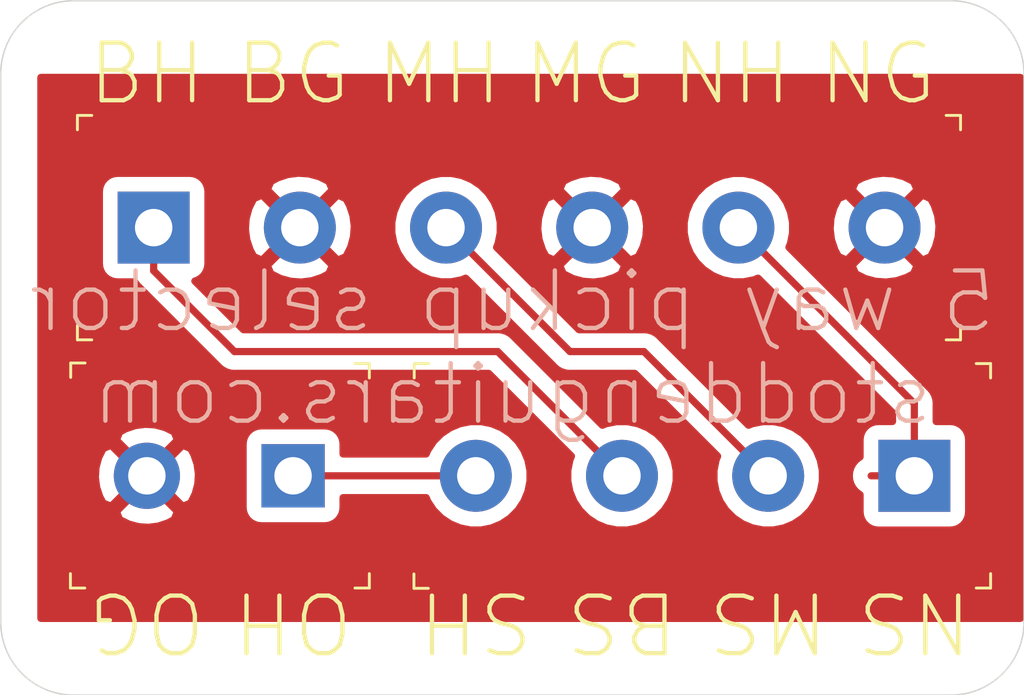
<source format=kicad_pcb>
(kicad_pcb (version 20171130) (host pcbnew "(5.1.4)-1")

  (general
    (thickness 1.6)
    (drawings 21)
    (tracks 11)
    (zones 0)
    (modules 3)
    (nets 6)
  )

  (page A4)
  (layers
    (0 F.Cu signal hide)
    (31 B.Cu signal)
    (32 B.Adhes user)
    (33 F.Adhes user)
    (34 B.Paste user)
    (35 F.Paste user)
    (36 B.SilkS user)
    (37 F.SilkS user)
    (38 B.Mask user)
    (39 F.Mask user)
    (40 Dwgs.User user)
    (41 Cmts.User user)
    (42 Eco1.User user)
    (43 Eco2.User user)
    (44 Edge.Cuts user)
    (45 Margin user)
    (46 B.CrtYd user)
    (47 F.CrtYd user)
    (48 B.Fab user)
    (49 F.Fab user)
  )

  (setup
    (last_trace_width 0.25)
    (trace_clearance 0.2)
    (zone_clearance 0.508)
    (zone_45_only no)
    (trace_min 0.2)
    (via_size 0.8)
    (via_drill 0.4)
    (via_min_size 0.4)
    (via_min_drill 0.3)
    (uvia_size 0.3)
    (uvia_drill 0.1)
    (uvias_allowed no)
    (uvia_min_size 0.2)
    (uvia_min_drill 0.1)
    (edge_width 0.05)
    (segment_width 0.2)
    (pcb_text_width 0.3)
    (pcb_text_size 1.5 1.5)
    (mod_edge_width 0.12)
    (mod_text_size 1 1)
    (mod_text_width 0.15)
    (pad_size 1.524 1.524)
    (pad_drill 0.762)
    (pad_to_mask_clearance 0.051)
    (solder_mask_min_width 0.25)
    (aux_axis_origin 0 0)
    (visible_elements 7FFFFFFF)
    (pcbplotparams
      (layerselection 0x010fc_ffffffff)
      (usegerberextensions false)
      (usegerberattributes false)
      (usegerberadvancedattributes false)
      (creategerberjobfile false)
      (excludeedgelayer true)
      (linewidth 0.100000)
      (plotframeref false)
      (viasonmask false)
      (mode 1)
      (useauxorigin false)
      (hpglpennumber 1)
      (hpglpenspeed 20)
      (hpglpendiameter 15.000000)
      (psnegative false)
      (psa4output false)
      (plotreference true)
      (plotvalue true)
      (plotinvisibletext false)
      (padsonsilk false)
      (subtractmaskfromsilk false)
      (outputformat 1)
      (mirror false)
      (drillshape 1)
      (scaleselection 1)
      (outputdirectory ""))
  )

  (net 0 "")
  (net 1 neckHot)
  (net 2 ground)
  (net 3 middleHot)
  (net 4 bridgeHot)
  (net 5 switchHot)

  (net_class Default "This is the default net class."
    (clearance 0.2)
    (trace_width 0.25)
    (via_dia 0.8)
    (via_drill 0.4)
    (uvia_dia 0.3)
    (uvia_drill 0.1)
    (add_net bridgeHot)
    (add_net ground)
    (add_net middleHot)
    (add_net neckHot)
    (add_net switchHot)
  )

  (module digikey-footprints:Term_Block_1x4_P5.08mm (layer F.Cu) (tedit 5D4199D7) (tstamp 5DD65D70)
    (at 124.46 87.63 180)
    (descr http://www.on-shore.com/wp-content/uploads/2015/09/osttcxx2162.pdf)
    (path /5DD61EC7)
    (fp_text reference J2 (at 7.93 -4.78) (layer F.SilkS) hide
      (effects (font (size 1 1) (thickness 0.15)))
    )
    (fp_text value Conn_01x04 (at 7.57 5.08) (layer F.Fab)
      (effects (font (size 1 1) (thickness 0.15)))
    )
    (fp_line (start -2.75 -4.05) (end -2.75 4.05) (layer F.CrtYd) (width 0.05))
    (fp_line (start 17.53 4.05) (end -2.75 4.05) (layer F.CrtYd) (width 0.05))
    (fp_line (start 17.53 -4.05) (end 17.53 4.05) (layer F.CrtYd) (width 0.05))
    (fp_line (start 17.53 -4.05) (end -2.75 -4.05) (layer F.CrtYd) (width 0.05))
    (fp_line (start 17.39 -3.91) (end 16.89 -3.91) (layer F.SilkS) (width 0.1))
    (fp_line (start 17.39 -3.91) (end 17.39 -3.41) (layer F.SilkS) (width 0.1))
    (fp_line (start 17.38 3.9) (end 16.88 3.9) (layer F.SilkS) (width 0.1))
    (fp_line (start 17.38 3.4) (end 17.38 3.9) (layer F.SilkS) (width 0.1))
    (fp_line (start -2.65 3.9) (end -2.15 3.9) (layer F.SilkS) (width 0.1))
    (fp_line (start -2.65 3.4) (end -2.65 3.9) (layer F.SilkS) (width 0.1))
    (fp_line (start -2.65 -3.9) (end -2.65 -3.4) (layer F.SilkS) (width 0.1))
    (fp_line (start -2.65 -3.9) (end -2.15 -3.9) (layer F.SilkS) (width 0.1))
    (fp_line (start -2.54 3.8) (end 17.28 3.8) (layer F.Fab) (width 0.1))
    (fp_line (start 17.28 -3.8) (end 17.28 3.8) (layer F.Fab) (width 0.1))
    (fp_line (start -2.54 -3.8) (end 17.28 -3.8) (layer F.Fab) (width 0.1))
    (fp_line (start -2.54 -3.8) (end -2.54 3.8) (layer F.Fab) (width 0.1))
    (pad 1 thru_hole rect (at 0 0 180) (size 2.5 2.5) (drill 1.3) (layers *.Cu *.Mask)
      (net 1 neckHot))
    (pad 2 thru_hole circle (at 5.08 0 180) (size 2.5 2.5) (drill 1.3) (layers *.Cu *.Mask)
      (net 3 middleHot))
    (pad 3 thru_hole circle (at 10.16 0 180) (size 2.5 2.5) (drill 1.3) (layers *.Cu *.Mask)
      (net 4 bridgeHot))
    (pad 4 thru_hole circle (at 15.24 0 180) (size 2.5 2.5) (drill 1.3) (layers *.Cu *.Mask)
      (net 5 switchHot))
  )

  (module digikey-footprints:Term_Block_1x6_P5.08mm (layer F.Cu) (tedit 5D419A03) (tstamp 5DD65D58)
    (at 98.025001 79.005001)
    (descr http://www.on-shore.com/wp-content/uploads/2015/09/osttcxx2162.pdf)
    (path /5DD5FD6A)
    (fp_text reference J1 (at 13.36 -4.81) (layer F.SilkS) hide
      (effects (font (size 1 1) (thickness 0.15)))
    )
    (fp_text value Conn_01x06 (at 12.94 5.08) (layer F.Fab)
      (effects (font (size 1 1) (thickness 0.15)))
    )
    (fp_line (start -2.75 -4.05) (end -2.75 4.05) (layer F.CrtYd) (width 0.05))
    (fp_line (start 28.19 4.05) (end -2.75 4.05) (layer F.CrtYd) (width 0.05))
    (fp_line (start 28.19 -4.05) (end 28.19 4.05) (layer F.CrtYd) (width 0.05))
    (fp_line (start 28.19 -4.05) (end -2.75 -4.05) (layer F.CrtYd) (width 0.05))
    (fp_line (start 28.04 -3.9) (end 27.54 -3.9) (layer F.SilkS) (width 0.1))
    (fp_line (start 28.04 -3.9) (end 28.04 -3.4) (layer F.SilkS) (width 0.1))
    (fp_line (start 28.04 3.9) (end 27.54 3.9) (layer F.SilkS) (width 0.1))
    (fp_line (start 28.04 3.4) (end 28.04 3.9) (layer F.SilkS) (width 0.1))
    (fp_line (start -2.65 3.9) (end -2.15 3.9) (layer F.SilkS) (width 0.1))
    (fp_line (start -2.65 3.4) (end -2.65 3.9) (layer F.SilkS) (width 0.1))
    (fp_line (start -2.65 -3.9) (end -2.65 -3.4) (layer F.SilkS) (width 0.1))
    (fp_line (start -2.65 -3.9) (end -2.15 -3.9) (layer F.SilkS) (width 0.1))
    (fp_line (start -2.54 3.8) (end 27.94 3.8) (layer F.Fab) (width 0.1))
    (fp_line (start 27.94 -3.8) (end 27.94 3.8) (layer F.Fab) (width 0.1))
    (fp_line (start -2.54 -3.8) (end 27.94 -3.8) (layer F.Fab) (width 0.1))
    (fp_line (start -2.54 -3.8) (end -2.54 3.8) (layer F.Fab) (width 0.1))
    (pad 1 thru_hole rect (at 0 0) (size 2.5 2.5) (drill 1.3) (layers *.Cu *.Mask)
      (net 4 bridgeHot))
    (pad 2 thru_hole circle (at 5.08 0) (size 2.5 2.5) (drill 1.3) (layers *.Cu *.Mask)
      (net 2 ground))
    (pad 3 thru_hole circle (at 10.16 0) (size 2.5 2.5) (drill 1.3) (layers *.Cu *.Mask)
      (net 3 middleHot))
    (pad 4 thru_hole circle (at 15.24 0) (size 2.5 2.5) (drill 1.3) (layers *.Cu *.Mask)
      (net 2 ground))
    (pad 5 thru_hole circle (at 20.32 0) (size 2.5 2.5) (drill 1.3) (layers *.Cu *.Mask)
      (net 1 neckHot))
    (pad 6 thru_hole circle (at 25.4 0) (size 2.5 2.5) (drill 1.3) (layers *.Cu *.Mask)
      (net 2 ground))
  )

  (module digikey-footprints:Term_Block_1x2_P5.08MM (layer F.Cu) (tedit 5D4199A2) (tstamp 5DD65D86)
    (at 102.87 87.63 180)
    (descr http://www.on-shore.com/wp-content/uploads/2015/09/osttcxx2162.pdf)
    (path /5DD62389)
    (fp_text reference J3 (at 2.794 -4.826) (layer F.SilkS) hide
      (effects (font (size 1 1) (thickness 0.15)))
    )
    (fp_text value Conn_01x02 (at 2.032 5.09) (layer F.Fab)
      (effects (font (size 1 1) (thickness 0.15)))
    )
    (fp_line (start -2.75 -4.05) (end -2.75 4.05) (layer F.CrtYd) (width 0.05))
    (fp_line (start 7.874 4.064) (end -2.75 4.05) (layer F.CrtYd) (width 0.05))
    (fp_line (start 7.874 -4.05) (end 7.874 4.05) (layer F.CrtYd) (width 0.05))
    (fp_line (start 7.874 -4.064) (end -2.75 -4.05) (layer F.CrtYd) (width 0.05))
    (fp_line (start 7.738 -3.9) (end 7.238 -3.9) (layer F.SilkS) (width 0.1))
    (fp_line (start 7.738 -3.9) (end 7.738 -3.4) (layer F.SilkS) (width 0.1))
    (fp_line (start 7.728 3.92) (end 7.228 3.92) (layer F.SilkS) (width 0.1))
    (fp_line (start 7.728 3.42) (end 7.728 3.92) (layer F.SilkS) (width 0.1))
    (fp_line (start -2.65 3.9) (end -2.15 3.9) (layer F.SilkS) (width 0.1))
    (fp_line (start -2.65 3.4) (end -2.65 3.9) (layer F.SilkS) (width 0.1))
    (fp_line (start -2.65 -3.9) (end -2.65 -3.4) (layer F.SilkS) (width 0.1))
    (fp_line (start -2.65 -3.9) (end -2.15 -3.9) (layer F.SilkS) (width 0.1))
    (fp_line (start -2.54 3.8) (end 7.62 3.8) (layer F.Fab) (width 0.1))
    (fp_line (start 7.62 -3.8) (end 7.62 3.8) (layer F.Fab) (width 0.1))
    (fp_line (start -2.54 -3.8) (end 7.62 -3.8) (layer F.Fab) (width 0.1))
    (fp_line (start -2.54 -3.8) (end -2.54 3.8) (layer F.Fab) (width 0.1))
    (pad 1 thru_hole rect (at 0 0 180) (size 2.2 2.2) (drill 1.3) (layers *.Cu *.Mask)
      (net 5 switchHot))
    (pad 2 thru_hole circle (at 5.08 0 180) (size 2.3 2.3) (drill 1.3) (layers *.Cu *.Mask)
      (net 2 ground))
  )

  (gr_arc (start 125.73 73.66) (end 128.27 73.66) (angle -90) (layer Edge.Cuts) (width 0.05))
  (gr_arc (start 125.73 92.71) (end 125.73 95.25) (angle -90) (layer Edge.Cuts) (width 0.05))
  (gr_arc (start 95.25 92.71) (end 92.71 92.71) (angle -90) (layer Edge.Cuts) (width 0.05))
  (gr_arc (start 95.25 73.66) (end 95.25 71.12) (angle -90) (layer Edge.Cuts) (width 0.05))
  (gr_line (start 92.71 92.71) (end 92.71 73.66) (layer Edge.Cuts) (width 0.05) (tstamp 5DD666EB))
  (gr_line (start 125.73 95.25) (end 95.25 95.25) (layer Edge.Cuts) (width 0.05) (tstamp 5DD666EA))
  (gr_line (start 128.27 73.66) (end 128.27 92.71) (layer Edge.Cuts) (width 0.05) (tstamp 5DD666E9))
  (gr_line (start 95.25 71.12) (end 125.73 71.12) (layer Edge.Cuts) (width 0.05) (tstamp 5DD666E7))
  (gr_text OG (at 97.79 92.71 180) (layer F.SilkS)
    (effects (font (size 2 2) (thickness 0.15)))
  )
  (gr_text OH (at 102.87 92.71 180) (layer F.SilkS)
    (effects (font (size 2 2) (thickness 0.15)))
  )
  (gr_text SH (at 109.22 92.71 180) (layer F.SilkS)
    (effects (font (size 2 2) (thickness 0.15)))
  )
  (gr_text BS (at 114.3 92.71 180) (layer F.SilkS)
    (effects (font (size 2 2) (thickness 0.15)))
  )
  (gr_text MS (at 119.38 92.71 180) (layer F.SilkS)
    (effects (font (size 2 2) (thickness 0.15)))
  )
  (gr_text NS (at 124.46 92.71 180) (layer F.SilkS)
    (effects (font (size 2 2) (thickness 0.15)))
  )
  (gr_text NG (at 123.19 73.66) (layer F.SilkS)
    (effects (font (size 2 2) (thickness 0.15)))
  )
  (gr_text NH (at 118.11 73.66) (layer F.SilkS)
    (effects (font (size 2 2) (thickness 0.15)))
  )
  (gr_text MG (at 113.03 73.66) (layer F.SilkS)
    (effects (font (size 2 2) (thickness 0.15)))
  )
  (gr_text MH (at 107.95 73.66) (layer F.SilkS)
    (effects (font (size 2 2) (thickness 0.15)))
  )
  (gr_text BG (at 102.87 73.66) (layer F.SilkS)
    (effects (font (size 2 2) (thickness 0.15)))
  )
  (gr_text BH (at 97.79 73.66) (layer F.SilkS)
    (effects (font (size 2 2) (thickness 0.15)))
  )
  (gr_text "5 way pickup selector\nstoddenguitars.com" (at 110.49 83.185) (layer B.SilkS)
    (effects (font (size 2 2) (thickness 0.15)) (justify mirror))
  )

  (segment (start 122.96 87.63) (end 124.46 87.63) (width 0.25) (layer F.Cu) (net 1))
  (segment (start 124.46 85.12) (end 118.345001 79.005001) (width 0.25) (layer F.Cu) (net 1))
  (segment (start 124.46 87.63) (end 124.46 85.12) (width 0.25) (layer F.Cu) (net 1))
  (segment (start 108.185001 79.005001) (end 112.492 83.312) (width 0.25) (layer F.Cu) (net 3))
  (segment (start 115.062 83.312) (end 119.38 87.63) (width 0.25) (layer F.Cu) (net 3))
  (segment (start 112.492 83.312) (end 115.062 83.312) (width 0.25) (layer F.Cu) (net 3))
  (segment (start 114.3 87.63) (end 109.982 83.312) (width 0.25) (layer F.Cu) (net 4))
  (segment (start 100.832 83.312) (end 109.982 83.312) (width 0.25) (layer F.Cu) (net 4))
  (segment (start 98.025001 80.505001) (end 100.832 83.312) (width 0.25) (layer F.Cu) (net 4))
  (segment (start 98.025001 79.005001) (end 98.025001 80.505001) (width 0.25) (layer F.Cu) (net 4))
  (segment (start 102.87 87.63) (end 109.22 87.63) (width 0.25) (layer F.Cu) (net 5))

  (zone (net 2) (net_name ground) (layer F.Cu) (tstamp 0) (hatch edge 0.508)
    (connect_pads (clearance 0.508))
    (min_thickness 0.254)
    (fill yes (arc_segments 32) (thermal_gap 0.508) (thermal_bridge_width 0.508))
    (polygon
      (pts
        (xy 93.98 73.66) (xy 128.27 73.66) (xy 128.27 92.71) (xy 93.98 92.71)
      )
    )
    (filled_polygon
      (pts
        (xy 128.143 92.583) (xy 94.107 92.583) (xy 94.107 88.872349) (xy 96.727256 88.872349) (xy 96.841118 89.15209)
        (xy 97.156296 89.307961) (xy 97.495826 89.399349) (xy 97.846661 89.422741) (xy 98.195319 89.37724) (xy 98.5284 89.264594)
        (xy 98.738882 89.15209) (xy 98.852744 88.872349) (xy 97.79 87.809605) (xy 96.727256 88.872349) (xy 94.107 88.872349)
        (xy 94.107 87.686661) (xy 95.997259 87.686661) (xy 96.04276 88.035319) (xy 96.155406 88.3684) (xy 96.26791 88.578882)
        (xy 96.547651 88.692744) (xy 97.610395 87.63) (xy 97.969605 87.63) (xy 99.032349 88.692744) (xy 99.31209 88.578882)
        (xy 99.467961 88.263704) (xy 99.559349 87.924174) (xy 99.582741 87.573339) (xy 99.53724 87.224681) (xy 99.424594 86.8916)
        (xy 99.31209 86.681118) (xy 99.032349 86.567256) (xy 97.969605 87.63) (xy 97.610395 87.63) (xy 96.547651 86.567256)
        (xy 96.26791 86.681118) (xy 96.112039 86.996296) (xy 96.020651 87.335826) (xy 95.997259 87.686661) (xy 94.107 87.686661)
        (xy 94.107 86.387651) (xy 96.727256 86.387651) (xy 97.79 87.450395) (xy 98.710395 86.53) (xy 101.131928 86.53)
        (xy 101.131928 88.73) (xy 101.144188 88.854482) (xy 101.180498 88.97418) (xy 101.239463 89.084494) (xy 101.318815 89.181185)
        (xy 101.415506 89.260537) (xy 101.52582 89.319502) (xy 101.645518 89.355812) (xy 101.77 89.368072) (xy 103.97 89.368072)
        (xy 104.094482 89.355812) (xy 104.21418 89.319502) (xy 104.324494 89.260537) (xy 104.421185 89.181185) (xy 104.500537 89.084494)
        (xy 104.559502 88.97418) (xy 104.595812 88.854482) (xy 104.608072 88.73) (xy 104.608072 88.39) (xy 107.494493 88.39)
        (xy 107.549534 88.522882) (xy 107.755825 88.831618) (xy 108.018382 89.094175) (xy 108.327118 89.300466) (xy 108.670166 89.442561)
        (xy 109.034344 89.515) (xy 109.405656 89.515) (xy 109.769834 89.442561) (xy 110.112882 89.300466) (xy 110.421618 89.094175)
        (xy 110.684175 88.831618) (xy 110.890466 88.522882) (xy 111.032561 88.179834) (xy 111.105 87.815656) (xy 111.105 87.444344)
        (xy 111.032561 87.080166) (xy 110.890466 86.737118) (xy 110.684175 86.428382) (xy 110.421618 86.165825) (xy 110.112882 85.959534)
        (xy 109.769834 85.817439) (xy 109.405656 85.745) (xy 109.034344 85.745) (xy 108.670166 85.817439) (xy 108.327118 85.959534)
        (xy 108.018382 86.165825) (xy 107.755825 86.428382) (xy 107.549534 86.737118) (xy 107.494493 86.87) (xy 104.608072 86.87)
        (xy 104.608072 86.53) (xy 104.595812 86.405518) (xy 104.559502 86.28582) (xy 104.500537 86.175506) (xy 104.421185 86.078815)
        (xy 104.324494 85.999463) (xy 104.21418 85.940498) (xy 104.094482 85.904188) (xy 103.97 85.891928) (xy 101.77 85.891928)
        (xy 101.645518 85.904188) (xy 101.52582 85.940498) (xy 101.415506 85.999463) (xy 101.318815 86.078815) (xy 101.239463 86.175506)
        (xy 101.180498 86.28582) (xy 101.144188 86.405518) (xy 101.131928 86.53) (xy 98.710395 86.53) (xy 98.852744 86.387651)
        (xy 98.738882 86.10791) (xy 98.423704 85.952039) (xy 98.084174 85.860651) (xy 97.733339 85.837259) (xy 97.384681 85.88276)
        (xy 97.0516 85.995406) (xy 96.841118 86.10791) (xy 96.727256 86.387651) (xy 94.107 86.387651) (xy 94.107 77.755001)
        (xy 96.136929 77.755001) (xy 96.136929 80.255001) (xy 96.149189 80.379483) (xy 96.185499 80.499181) (xy 96.244464 80.609495)
        (xy 96.323816 80.706186) (xy 96.420507 80.785538) (xy 96.530821 80.844503) (xy 96.650519 80.880813) (xy 96.775001 80.893073)
        (xy 97.370675 80.893073) (xy 97.390027 80.929277) (xy 97.461202 81.016003) (xy 97.485001 81.045002) (xy 97.513999 81.0688)
        (xy 100.2682 83.823002) (xy 100.291999 83.852001) (xy 100.320997 83.875799) (xy 100.407723 83.946974) (xy 100.539751 84.017545)
        (xy 100.539753 84.017546) (xy 100.683014 84.061003) (xy 100.794667 84.072) (xy 100.794676 84.072) (xy 100.831999 84.075676)
        (xy 100.869322 84.072) (xy 109.667199 84.072) (xy 112.542481 86.947283) (xy 112.487439 87.080166) (xy 112.415 87.444344)
        (xy 112.415 87.815656) (xy 112.487439 88.179834) (xy 112.629534 88.522882) (xy 112.835825 88.831618) (xy 113.098382 89.094175)
        (xy 113.407118 89.300466) (xy 113.750166 89.442561) (xy 114.114344 89.515) (xy 114.485656 89.515) (xy 114.849834 89.442561)
        (xy 115.192882 89.300466) (xy 115.501618 89.094175) (xy 115.764175 88.831618) (xy 115.970466 88.522882) (xy 116.112561 88.179834)
        (xy 116.185 87.815656) (xy 116.185 87.444344) (xy 116.112561 87.080166) (xy 115.970466 86.737118) (xy 115.764175 86.428382)
        (xy 115.501618 86.165825) (xy 115.192882 85.959534) (xy 114.849834 85.817439) (xy 114.485656 85.745) (xy 114.114344 85.745)
        (xy 113.750166 85.817439) (xy 113.617283 85.872481) (xy 110.545804 82.801003) (xy 110.522001 82.771999) (xy 110.406276 82.677026)
        (xy 110.274247 82.606454) (xy 110.130986 82.562997) (xy 110.019333 82.552) (xy 110.019322 82.552) (xy 109.982 82.548324)
        (xy 109.944678 82.552) (xy 101.146802 82.552) (xy 99.457895 80.863094) (xy 99.519181 80.844503) (xy 99.629495 80.785538)
        (xy 99.726186 80.706186) (xy 99.805538 80.609495) (xy 99.864503 80.499181) (xy 99.900813 80.379483) (xy 99.906808 80.318606)
        (xy 101.971001 80.318606) (xy 102.096915 80.608578) (xy 102.429127 80.774434) (xy 102.787313 80.872291) (xy 103.157707 80.89839)
        (xy 103.526076 80.851726) (xy 103.878263 80.734095) (xy 104.113087 80.608578) (xy 104.239001 80.318606) (xy 103.105001 79.184606)
        (xy 101.971001 80.318606) (xy 99.906808 80.318606) (xy 99.913073 80.255001) (xy 99.913073 79.057707) (xy 101.211612 79.057707)
        (xy 101.258276 79.426076) (xy 101.375907 79.778263) (xy 101.501424 80.013087) (xy 101.791396 80.139001) (xy 102.925396 79.005001)
        (xy 103.284606 79.005001) (xy 104.418606 80.139001) (xy 104.708578 80.013087) (xy 104.874434 79.680875) (xy 104.972291 79.322689)
        (xy 104.99839 78.952295) (xy 104.981549 78.819345) (xy 106.300001 78.819345) (xy 106.300001 79.190657) (xy 106.37244 79.554835)
        (xy 106.514535 79.897883) (xy 106.720826 80.206619) (xy 106.983383 80.469176) (xy 107.292119 80.675467) (xy 107.635167 80.817562)
        (xy 107.999345 80.890001) (xy 108.370657 80.890001) (xy 108.734835 80.817562) (xy 108.867718 80.76252) (xy 111.928205 83.823008)
        (xy 111.951999 83.852001) (xy 111.980992 83.875795) (xy 111.980996 83.875799) (xy 112.051685 83.933811) (xy 112.067724 83.946974)
        (xy 112.199753 84.017546) (xy 112.343014 84.061003) (xy 112.454667 84.072) (xy 112.454676 84.072) (xy 112.491999 84.075676)
        (xy 112.529322 84.072) (xy 114.747199 84.072) (xy 117.622481 86.947283) (xy 117.567439 87.080166) (xy 117.495 87.444344)
        (xy 117.495 87.815656) (xy 117.567439 88.179834) (xy 117.709534 88.522882) (xy 117.915825 88.831618) (xy 118.178382 89.094175)
        (xy 118.487118 89.300466) (xy 118.830166 89.442561) (xy 119.194344 89.515) (xy 119.565656 89.515) (xy 119.929834 89.442561)
        (xy 120.272882 89.300466) (xy 120.581618 89.094175) (xy 120.844175 88.831618) (xy 121.050466 88.522882) (xy 121.192561 88.179834)
        (xy 121.265 87.815656) (xy 121.265 87.444344) (xy 121.192561 87.080166) (xy 121.050466 86.737118) (xy 120.844175 86.428382)
        (xy 120.581618 86.165825) (xy 120.272882 85.959534) (xy 119.929834 85.817439) (xy 119.565656 85.745) (xy 119.194344 85.745)
        (xy 118.830166 85.817439) (xy 118.697283 85.872481) (xy 115.625804 82.801003) (xy 115.602001 82.771999) (xy 115.486276 82.677026)
        (xy 115.354247 82.606454) (xy 115.210986 82.562997) (xy 115.099333 82.552) (xy 115.099322 82.552) (xy 115.062 82.548324)
        (xy 115.024678 82.552) (xy 112.806803 82.552) (xy 110.573409 80.318606) (xy 112.131001 80.318606) (xy 112.256915 80.608578)
        (xy 112.589127 80.774434) (xy 112.947313 80.872291) (xy 113.317707 80.89839) (xy 113.686076 80.851726) (xy 114.038263 80.734095)
        (xy 114.273087 80.608578) (xy 114.399001 80.318606) (xy 113.265001 79.184606) (xy 112.131001 80.318606) (xy 110.573409 80.318606)
        (xy 109.94252 79.687718) (xy 109.997562 79.554835) (xy 110.070001 79.190657) (xy 110.070001 79.057707) (xy 111.371612 79.057707)
        (xy 111.418276 79.426076) (xy 111.535907 79.778263) (xy 111.661424 80.013087) (xy 111.951396 80.139001) (xy 113.085396 79.005001)
        (xy 113.444606 79.005001) (xy 114.578606 80.139001) (xy 114.868578 80.013087) (xy 115.034434 79.680875) (xy 115.132291 79.322689)
        (xy 115.15839 78.952295) (xy 115.141549 78.819345) (xy 116.460001 78.819345) (xy 116.460001 79.190657) (xy 116.53244 79.554835)
        (xy 116.674535 79.897883) (xy 116.880826 80.206619) (xy 117.143383 80.469176) (xy 117.452119 80.675467) (xy 117.795167 80.817562)
        (xy 118.159345 80.890001) (xy 118.530657 80.890001) (xy 118.894835 80.817562) (xy 119.027719 80.76252) (xy 123.700001 85.434803)
        (xy 123.700001 85.741928) (xy 123.21 85.741928) (xy 123.085518 85.754188) (xy 122.96582 85.790498) (xy 122.855506 85.849463)
        (xy 122.758815 85.928815) (xy 122.679463 86.025506) (xy 122.620498 86.13582) (xy 122.584188 86.255518) (xy 122.571928 86.38)
        (xy 122.571928 86.975674) (xy 122.535724 86.995026) (xy 122.419999 87.089999) (xy 122.325026 87.205724) (xy 122.254454 87.337753)
        (xy 122.210997 87.481014) (xy 122.196323 87.63) (xy 122.210997 87.778986) (xy 122.254454 87.922247) (xy 122.325026 88.054276)
        (xy 122.419999 88.170001) (xy 122.535724 88.264974) (xy 122.571928 88.284326) (xy 122.571928 88.88) (xy 122.584188 89.004482)
        (xy 122.620498 89.12418) (xy 122.679463 89.234494) (xy 122.758815 89.331185) (xy 122.855506 89.410537) (xy 122.96582 89.469502)
        (xy 123.085518 89.505812) (xy 123.21 89.518072) (xy 125.71 89.518072) (xy 125.834482 89.505812) (xy 125.95418 89.469502)
        (xy 126.064494 89.410537) (xy 126.161185 89.331185) (xy 126.240537 89.234494) (xy 126.299502 89.12418) (xy 126.335812 89.004482)
        (xy 126.348072 88.88) (xy 126.348072 86.38) (xy 126.335812 86.255518) (xy 126.299502 86.13582) (xy 126.240537 86.025506)
        (xy 126.161185 85.928815) (xy 126.064494 85.849463) (xy 125.95418 85.790498) (xy 125.834482 85.754188) (xy 125.71 85.741928)
        (xy 125.22 85.741928) (xy 125.22 85.157333) (xy 125.223677 85.12) (xy 125.209003 84.971014) (xy 125.165546 84.827753)
        (xy 125.094974 84.695724) (xy 125.023799 84.608997) (xy 125.000001 84.579999) (xy 124.971003 84.556201) (xy 120.733408 80.318606)
        (xy 122.291001 80.318606) (xy 122.416915 80.608578) (xy 122.749127 80.774434) (xy 123.107313 80.872291) (xy 123.477707 80.89839)
        (xy 123.846076 80.851726) (xy 124.198263 80.734095) (xy 124.433087 80.608578) (xy 124.559001 80.318606) (xy 123.425001 79.184606)
        (xy 122.291001 80.318606) (xy 120.733408 80.318606) (xy 120.10252 79.687719) (xy 120.157562 79.554835) (xy 120.230001 79.190657)
        (xy 120.230001 79.057707) (xy 121.531612 79.057707) (xy 121.578276 79.426076) (xy 121.695907 79.778263) (xy 121.821424 80.013087)
        (xy 122.111396 80.139001) (xy 123.245396 79.005001) (xy 123.604606 79.005001) (xy 124.738606 80.139001) (xy 125.028578 80.013087)
        (xy 125.194434 79.680875) (xy 125.292291 79.322689) (xy 125.31839 78.952295) (xy 125.271726 78.583926) (xy 125.154095 78.231739)
        (xy 125.028578 77.996915) (xy 124.738606 77.871001) (xy 123.604606 79.005001) (xy 123.245396 79.005001) (xy 122.111396 77.871001)
        (xy 121.821424 77.996915) (xy 121.655568 78.329127) (xy 121.557711 78.687313) (xy 121.531612 79.057707) (xy 120.230001 79.057707)
        (xy 120.230001 78.819345) (xy 120.157562 78.455167) (xy 120.015467 78.112119) (xy 119.809176 77.803383) (xy 119.697189 77.691396)
        (xy 122.291001 77.691396) (xy 123.425001 78.825396) (xy 124.559001 77.691396) (xy 124.433087 77.401424) (xy 124.100875 77.235568)
        (xy 123.742689 77.137711) (xy 123.372295 77.111612) (xy 123.003926 77.158276) (xy 122.651739 77.275907) (xy 122.416915 77.401424)
        (xy 122.291001 77.691396) (xy 119.697189 77.691396) (xy 119.546619 77.540826) (xy 119.237883 77.334535) (xy 118.894835 77.19244)
        (xy 118.530657 77.120001) (xy 118.159345 77.120001) (xy 117.795167 77.19244) (xy 117.452119 77.334535) (xy 117.143383 77.540826)
        (xy 116.880826 77.803383) (xy 116.674535 78.112119) (xy 116.53244 78.455167) (xy 116.460001 78.819345) (xy 115.141549 78.819345)
        (xy 115.111726 78.583926) (xy 114.994095 78.231739) (xy 114.868578 77.996915) (xy 114.578606 77.871001) (xy 113.444606 79.005001)
        (xy 113.085396 79.005001) (xy 111.951396 77.871001) (xy 111.661424 77.996915) (xy 111.495568 78.329127) (xy 111.397711 78.687313)
        (xy 111.371612 79.057707) (xy 110.070001 79.057707) (xy 110.070001 78.819345) (xy 109.997562 78.455167) (xy 109.855467 78.112119)
        (xy 109.649176 77.803383) (xy 109.537189 77.691396) (xy 112.131001 77.691396) (xy 113.265001 78.825396) (xy 114.399001 77.691396)
        (xy 114.273087 77.401424) (xy 113.940875 77.235568) (xy 113.582689 77.137711) (xy 113.212295 77.111612) (xy 112.843926 77.158276)
        (xy 112.491739 77.275907) (xy 112.256915 77.401424) (xy 112.131001 77.691396) (xy 109.537189 77.691396) (xy 109.386619 77.540826)
        (xy 109.077883 77.334535) (xy 108.734835 77.19244) (xy 108.370657 77.120001) (xy 107.999345 77.120001) (xy 107.635167 77.19244)
        (xy 107.292119 77.334535) (xy 106.983383 77.540826) (xy 106.720826 77.803383) (xy 106.514535 78.112119) (xy 106.37244 78.455167)
        (xy 106.300001 78.819345) (xy 104.981549 78.819345) (xy 104.951726 78.583926) (xy 104.834095 78.231739) (xy 104.708578 77.996915)
        (xy 104.418606 77.871001) (xy 103.284606 79.005001) (xy 102.925396 79.005001) (xy 101.791396 77.871001) (xy 101.501424 77.996915)
        (xy 101.335568 78.329127) (xy 101.237711 78.687313) (xy 101.211612 79.057707) (xy 99.913073 79.057707) (xy 99.913073 77.755001)
        (xy 99.906809 77.691396) (xy 101.971001 77.691396) (xy 103.105001 78.825396) (xy 104.239001 77.691396) (xy 104.113087 77.401424)
        (xy 103.780875 77.235568) (xy 103.422689 77.137711) (xy 103.052295 77.111612) (xy 102.683926 77.158276) (xy 102.331739 77.275907)
        (xy 102.096915 77.401424) (xy 101.971001 77.691396) (xy 99.906809 77.691396) (xy 99.900813 77.630519) (xy 99.864503 77.510821)
        (xy 99.805538 77.400507) (xy 99.726186 77.303816) (xy 99.629495 77.224464) (xy 99.519181 77.165499) (xy 99.399483 77.129189)
        (xy 99.275001 77.116929) (xy 96.775001 77.116929) (xy 96.650519 77.129189) (xy 96.530821 77.165499) (xy 96.420507 77.224464)
        (xy 96.323816 77.303816) (xy 96.244464 77.400507) (xy 96.185499 77.510821) (xy 96.149189 77.630519) (xy 96.136929 77.755001)
        (xy 94.107 77.755001) (xy 94.107 73.787) (xy 128.143 73.787)
      )
    )
  )
)

</source>
